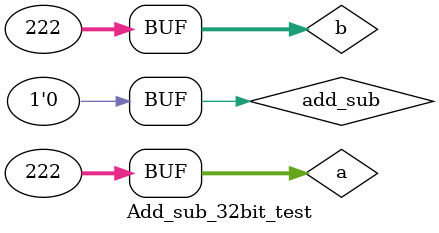
<source format=v>
module Add_sub_32bit_test;
reg [31:0] a,b;
reg add_sub;
wire[31:0] s;
wire carry;

Add_sub_32bit U1 (a,b,~add_sub,s,carry);

initial begin

a=546;
b=654;
add_sub=0;


#30;
add_sub=1;
a=546;
b=654;

#30
a=222;
b=222;

#30
a=222;
b=222;
add_sub=0;



end 

endmodule
</source>
